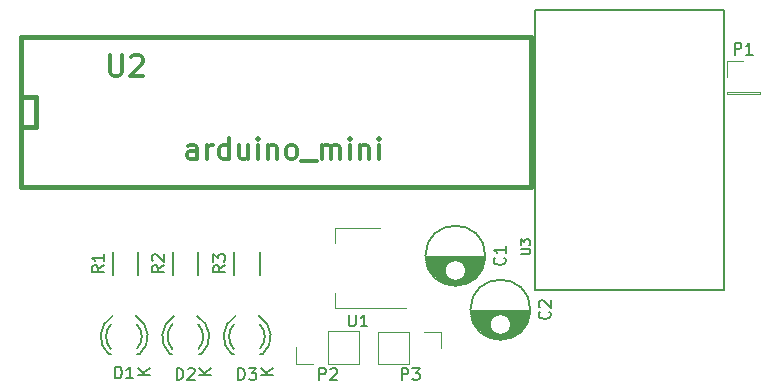
<source format=gto>
G04 #@! TF.FileFunction,Legend,Top*
%FSLAX46Y46*%
G04 Gerber Fmt 4.6, Leading zero omitted, Abs format (unit mm)*
G04 Created by KiCad (PCBNEW 4.0.5-e0-6337~49~ubuntu16.04.1) date Wed Jan 18 11:42:35 2017*
%MOMM*%
%LPD*%
G01*
G04 APERTURE LIST*
%ADD10C,0.100000*%
%ADD11C,0.150000*%
%ADD12C,0.120000*%
%ADD13C,0.381000*%
%ADD14C,0.160000*%
%ADD15C,0.304800*%
G04 APERTURE END LIST*
D10*
D11*
X185180000Y-120113000D02*
X169180000Y-120113000D01*
X185180000Y-96413000D02*
X185180000Y-120113000D01*
X169180000Y-96413000D02*
X185180000Y-96413000D01*
X169180000Y-120113000D02*
X169180000Y-96413000D01*
X164932000Y-117276000D02*
X159934000Y-117276000D01*
X164924000Y-117416000D02*
X159942000Y-117416000D01*
X164908000Y-117556000D02*
X162528000Y-117556000D01*
X162338000Y-117556000D02*
X159958000Y-117556000D01*
X164884000Y-117696000D02*
X162923000Y-117696000D01*
X161943000Y-117696000D02*
X159982000Y-117696000D01*
X164851000Y-117836000D02*
X163090000Y-117836000D01*
X161776000Y-117836000D02*
X160015000Y-117836000D01*
X164810000Y-117976000D02*
X163197000Y-117976000D01*
X161669000Y-117976000D02*
X160056000Y-117976000D01*
X164760000Y-118116000D02*
X163268000Y-118116000D01*
X161598000Y-118116000D02*
X160106000Y-118116000D01*
X164699000Y-118256000D02*
X163312000Y-118256000D01*
X161554000Y-118256000D02*
X160167000Y-118256000D01*
X164629000Y-118396000D02*
X163331000Y-118396000D01*
X161535000Y-118396000D02*
X160237000Y-118396000D01*
X164547000Y-118536000D02*
X163329000Y-118536000D01*
X161537000Y-118536000D02*
X160319000Y-118536000D01*
X164452000Y-118676000D02*
X163304000Y-118676000D01*
X161562000Y-118676000D02*
X160414000Y-118676000D01*
X164341000Y-118816000D02*
X163256000Y-118816000D01*
X161610000Y-118816000D02*
X160525000Y-118816000D01*
X164213000Y-118956000D02*
X163178000Y-118956000D01*
X161688000Y-118956000D02*
X160653000Y-118956000D01*
X164064000Y-119096000D02*
X163061000Y-119096000D01*
X161805000Y-119096000D02*
X160802000Y-119096000D01*
X163885000Y-119236000D02*
X162873000Y-119236000D01*
X161993000Y-119236000D02*
X160981000Y-119236000D01*
X163666000Y-119376000D02*
X161200000Y-119376000D01*
X163377000Y-119516000D02*
X161489000Y-119516000D01*
X162905000Y-119656000D02*
X161961000Y-119656000D01*
X163333000Y-118451000D02*
G75*
G03X163333000Y-118451000I-900000J0D01*
G01*
X164970500Y-117201000D02*
G75*
G03X164970500Y-117201000I-2537500J0D01*
G01*
X168742000Y-121848000D02*
X163744000Y-121848000D01*
X168734000Y-121988000D02*
X163752000Y-121988000D01*
X168718000Y-122128000D02*
X166338000Y-122128000D01*
X166148000Y-122128000D02*
X163768000Y-122128000D01*
X168694000Y-122268000D02*
X166733000Y-122268000D01*
X165753000Y-122268000D02*
X163792000Y-122268000D01*
X168661000Y-122408000D02*
X166900000Y-122408000D01*
X165586000Y-122408000D02*
X163825000Y-122408000D01*
X168620000Y-122548000D02*
X167007000Y-122548000D01*
X165479000Y-122548000D02*
X163866000Y-122548000D01*
X168570000Y-122688000D02*
X167078000Y-122688000D01*
X165408000Y-122688000D02*
X163916000Y-122688000D01*
X168509000Y-122828000D02*
X167122000Y-122828000D01*
X165364000Y-122828000D02*
X163977000Y-122828000D01*
X168439000Y-122968000D02*
X167141000Y-122968000D01*
X165345000Y-122968000D02*
X164047000Y-122968000D01*
X168357000Y-123108000D02*
X167139000Y-123108000D01*
X165347000Y-123108000D02*
X164129000Y-123108000D01*
X168262000Y-123248000D02*
X167114000Y-123248000D01*
X165372000Y-123248000D02*
X164224000Y-123248000D01*
X168151000Y-123388000D02*
X167066000Y-123388000D01*
X165420000Y-123388000D02*
X164335000Y-123388000D01*
X168023000Y-123528000D02*
X166988000Y-123528000D01*
X165498000Y-123528000D02*
X164463000Y-123528000D01*
X167874000Y-123668000D02*
X166871000Y-123668000D01*
X165615000Y-123668000D02*
X164612000Y-123668000D01*
X167695000Y-123808000D02*
X166683000Y-123808000D01*
X165803000Y-123808000D02*
X164791000Y-123808000D01*
X167476000Y-123948000D02*
X165010000Y-123948000D01*
X167187000Y-124088000D02*
X165299000Y-124088000D01*
X166715000Y-124228000D02*
X165771000Y-124228000D01*
X167143000Y-123023000D02*
G75*
G03X167143000Y-123023000I-900000J0D01*
G01*
X168780500Y-121773000D02*
G75*
G03X168780500Y-121773000I-2537500J0D01*
G01*
X135680000Y-125548000D02*
X135480000Y-125548000D01*
X133086000Y-125548000D02*
X133266000Y-125548000D01*
X133396357Y-122320256D02*
G75*
G03X133080000Y-125548000I1003643J-1727744D01*
G01*
X133266932Y-122995994D02*
G75*
G03X133266000Y-125099000I1133068J-1052006D01*
G01*
X135706726Y-125535220D02*
G75*
G03X135360000Y-122298000I-1306726J1497220D01*
G01*
X135479253Y-125061889D02*
G75*
G03X135460000Y-123014000I-1079253J1013889D01*
G01*
X140887000Y-125548000D02*
X140687000Y-125548000D01*
X138293000Y-125548000D02*
X138473000Y-125548000D01*
X138603357Y-122320256D02*
G75*
G03X138287000Y-125548000I1003643J-1727744D01*
G01*
X138473932Y-122995994D02*
G75*
G03X138473000Y-125099000I1133068J-1052006D01*
G01*
X140913726Y-125535220D02*
G75*
G03X140567000Y-122298000I-1306726J1497220D01*
G01*
X140686253Y-125061889D02*
G75*
G03X140667000Y-123014000I-1079253J1013889D01*
G01*
X146094000Y-125548000D02*
X145894000Y-125548000D01*
X143500000Y-125548000D02*
X143680000Y-125548000D01*
X143810357Y-122320256D02*
G75*
G03X143494000Y-125548000I1003643J-1727744D01*
G01*
X143680932Y-122995994D02*
G75*
G03X143680000Y-125099000I1133068J-1052006D01*
G01*
X146120726Y-125535220D02*
G75*
G03X145774000Y-122298000I-1306726J1497220D01*
G01*
X145893253Y-125061889D02*
G75*
G03X145874000Y-123014000I-1079253J1013889D01*
G01*
D12*
X185427000Y-103378000D02*
X185427000Y-103498000D01*
X185427000Y-103498000D02*
X188207000Y-103498000D01*
X188207000Y-103498000D02*
X188207000Y-103378000D01*
X188207000Y-103378000D02*
X185427000Y-103378000D01*
X185427000Y-102108000D02*
X185427000Y-100718000D01*
X185427000Y-100718000D02*
X186817000Y-100718000D01*
D11*
X135568000Y-116856000D02*
X135568000Y-118856000D01*
X133418000Y-118856000D02*
X133418000Y-116856000D01*
X140648000Y-116856000D02*
X140648000Y-118856000D01*
X138498000Y-118856000D02*
X138498000Y-116856000D01*
X145855000Y-116856000D02*
X145855000Y-118856000D01*
X143705000Y-118856000D02*
X143705000Y-116856000D01*
D12*
X152268000Y-114827000D02*
X152268000Y-116087000D01*
X152268000Y-121647000D02*
X152268000Y-120387000D01*
X156028000Y-114827000D02*
X152268000Y-114827000D01*
X158278000Y-121647000D02*
X152268000Y-121647000D01*
D13*
X125641100Y-98653600D02*
X168821100Y-98653600D01*
X168821100Y-98653600D02*
X168821100Y-111353600D01*
X168821100Y-111353600D02*
X125641100Y-111353600D01*
X125641100Y-111353600D02*
X125641100Y-98653600D01*
X125641100Y-106273600D02*
X126911100Y-106273600D01*
X126911100Y-106273600D02*
X126911100Y-103733600D01*
X126911100Y-103733600D02*
X125641100Y-103733600D01*
D12*
X151638000Y-126358000D02*
X154298000Y-126358000D01*
X154298000Y-126358000D02*
X154298000Y-123578000D01*
X154298000Y-123578000D02*
X151638000Y-123578000D01*
X151638000Y-123578000D02*
X151638000Y-126358000D01*
X150368000Y-126358000D02*
X148978000Y-126358000D01*
X148978000Y-126358000D02*
X148978000Y-124968000D01*
X158546800Y-123628800D02*
X155886800Y-123628800D01*
X155886800Y-123628800D02*
X155886800Y-126408800D01*
X155886800Y-126408800D02*
X158546800Y-126408800D01*
X158546800Y-126408800D02*
X158546800Y-123628800D01*
X159816800Y-123628800D02*
X161206800Y-123628800D01*
X161206800Y-123628800D02*
X161206800Y-125018800D01*
D14*
X167963905Y-117068524D02*
X168611524Y-117068524D01*
X168687714Y-117030429D01*
X168725810Y-116992333D01*
X168763905Y-116916143D01*
X168763905Y-116763762D01*
X168725810Y-116687571D01*
X168687714Y-116649476D01*
X168611524Y-116611381D01*
X167963905Y-116611381D01*
X167963905Y-116306619D02*
X167963905Y-115811381D01*
X168268667Y-116078048D01*
X168268667Y-115963762D01*
X168306762Y-115887572D01*
X168344857Y-115849476D01*
X168421048Y-115811381D01*
X168611524Y-115811381D01*
X168687714Y-115849476D01*
X168725810Y-115887572D01*
X168763905Y-115963762D01*
X168763905Y-116192334D01*
X168725810Y-116268524D01*
X168687714Y-116306619D01*
D11*
X166590143Y-117367666D02*
X166637762Y-117415285D01*
X166685381Y-117558142D01*
X166685381Y-117653380D01*
X166637762Y-117796238D01*
X166542524Y-117891476D01*
X166447286Y-117939095D01*
X166256810Y-117986714D01*
X166113952Y-117986714D01*
X165923476Y-117939095D01*
X165828238Y-117891476D01*
X165733000Y-117796238D01*
X165685381Y-117653380D01*
X165685381Y-117558142D01*
X165733000Y-117415285D01*
X165780619Y-117367666D01*
X166685381Y-116415285D02*
X166685381Y-116986714D01*
X166685381Y-116701000D02*
X165685381Y-116701000D01*
X165828238Y-116796238D01*
X165923476Y-116891476D01*
X165971095Y-116986714D01*
X170400143Y-121939666D02*
X170447762Y-121987285D01*
X170495381Y-122130142D01*
X170495381Y-122225380D01*
X170447762Y-122368238D01*
X170352524Y-122463476D01*
X170257286Y-122511095D01*
X170066810Y-122558714D01*
X169923952Y-122558714D01*
X169733476Y-122511095D01*
X169638238Y-122463476D01*
X169543000Y-122368238D01*
X169495381Y-122225380D01*
X169495381Y-122130142D01*
X169543000Y-121987285D01*
X169590619Y-121939666D01*
X169590619Y-121558714D02*
X169543000Y-121511095D01*
X169495381Y-121415857D01*
X169495381Y-121177761D01*
X169543000Y-121082523D01*
X169590619Y-121034904D01*
X169685857Y-120987285D01*
X169781095Y-120987285D01*
X169923952Y-121034904D01*
X170495381Y-121606333D01*
X170495381Y-120987285D01*
X133627905Y-127579381D02*
X133627905Y-126579381D01*
X133866000Y-126579381D01*
X134008858Y-126627000D01*
X134104096Y-126722238D01*
X134151715Y-126817476D01*
X134199334Y-127007952D01*
X134199334Y-127150810D01*
X134151715Y-127341286D01*
X134104096Y-127436524D01*
X134008858Y-127531762D01*
X133866000Y-127579381D01*
X133627905Y-127579381D01*
X135151715Y-127579381D02*
X134580286Y-127579381D01*
X134866000Y-127579381D02*
X134866000Y-126579381D01*
X134770762Y-126722238D01*
X134675524Y-126817476D01*
X134580286Y-126865095D01*
X136558381Y-127300905D02*
X135558381Y-127300905D01*
X136558381Y-126729476D02*
X135986952Y-127158048D01*
X135558381Y-126729476D02*
X136129810Y-127300905D01*
X138834905Y-127706381D02*
X138834905Y-126706381D01*
X139073000Y-126706381D01*
X139215858Y-126754000D01*
X139311096Y-126849238D01*
X139358715Y-126944476D01*
X139406334Y-127134952D01*
X139406334Y-127277810D01*
X139358715Y-127468286D01*
X139311096Y-127563524D01*
X139215858Y-127658762D01*
X139073000Y-127706381D01*
X138834905Y-127706381D01*
X139787286Y-126801619D02*
X139834905Y-126754000D01*
X139930143Y-126706381D01*
X140168239Y-126706381D01*
X140263477Y-126754000D01*
X140311096Y-126801619D01*
X140358715Y-126896857D01*
X140358715Y-126992095D01*
X140311096Y-127134952D01*
X139739667Y-127706381D01*
X140358715Y-127706381D01*
X141765381Y-127300905D02*
X140765381Y-127300905D01*
X141765381Y-126729476D02*
X141193952Y-127158048D01*
X140765381Y-126729476D02*
X141336810Y-127300905D01*
X144041905Y-127706381D02*
X144041905Y-126706381D01*
X144280000Y-126706381D01*
X144422858Y-126754000D01*
X144518096Y-126849238D01*
X144565715Y-126944476D01*
X144613334Y-127134952D01*
X144613334Y-127277810D01*
X144565715Y-127468286D01*
X144518096Y-127563524D01*
X144422858Y-127658762D01*
X144280000Y-127706381D01*
X144041905Y-127706381D01*
X144946667Y-126706381D02*
X145565715Y-126706381D01*
X145232381Y-127087333D01*
X145375239Y-127087333D01*
X145470477Y-127134952D01*
X145518096Y-127182571D01*
X145565715Y-127277810D01*
X145565715Y-127515905D01*
X145518096Y-127611143D01*
X145470477Y-127658762D01*
X145375239Y-127706381D01*
X145089524Y-127706381D01*
X144994286Y-127658762D01*
X144946667Y-127611143D01*
X146972381Y-127300905D02*
X145972381Y-127300905D01*
X146972381Y-126729476D02*
X146400952Y-127158048D01*
X145972381Y-126729476D02*
X146543810Y-127300905D01*
X186078905Y-100170381D02*
X186078905Y-99170381D01*
X186459858Y-99170381D01*
X186555096Y-99218000D01*
X186602715Y-99265619D01*
X186650334Y-99360857D01*
X186650334Y-99503714D01*
X186602715Y-99598952D01*
X186555096Y-99646571D01*
X186459858Y-99694190D01*
X186078905Y-99694190D01*
X187602715Y-100170381D02*
X187031286Y-100170381D01*
X187317000Y-100170381D02*
X187317000Y-99170381D01*
X187221762Y-99313238D01*
X187126524Y-99408476D01*
X187031286Y-99456095D01*
X132645381Y-118022666D02*
X132169190Y-118356000D01*
X132645381Y-118594095D02*
X131645381Y-118594095D01*
X131645381Y-118213142D01*
X131693000Y-118117904D01*
X131740619Y-118070285D01*
X131835857Y-118022666D01*
X131978714Y-118022666D01*
X132073952Y-118070285D01*
X132121571Y-118117904D01*
X132169190Y-118213142D01*
X132169190Y-118594095D01*
X132645381Y-117070285D02*
X132645381Y-117641714D01*
X132645381Y-117356000D02*
X131645381Y-117356000D01*
X131788238Y-117451238D01*
X131883476Y-117546476D01*
X131931095Y-117641714D01*
X137725381Y-118022666D02*
X137249190Y-118356000D01*
X137725381Y-118594095D02*
X136725381Y-118594095D01*
X136725381Y-118213142D01*
X136773000Y-118117904D01*
X136820619Y-118070285D01*
X136915857Y-118022666D01*
X137058714Y-118022666D01*
X137153952Y-118070285D01*
X137201571Y-118117904D01*
X137249190Y-118213142D01*
X137249190Y-118594095D01*
X136820619Y-117641714D02*
X136773000Y-117594095D01*
X136725381Y-117498857D01*
X136725381Y-117260761D01*
X136773000Y-117165523D01*
X136820619Y-117117904D01*
X136915857Y-117070285D01*
X137011095Y-117070285D01*
X137153952Y-117117904D01*
X137725381Y-117689333D01*
X137725381Y-117070285D01*
X142932381Y-118022666D02*
X142456190Y-118356000D01*
X142932381Y-118594095D02*
X141932381Y-118594095D01*
X141932381Y-118213142D01*
X141980000Y-118117904D01*
X142027619Y-118070285D01*
X142122857Y-118022666D01*
X142265714Y-118022666D01*
X142360952Y-118070285D01*
X142408571Y-118117904D01*
X142456190Y-118213142D01*
X142456190Y-118594095D01*
X141932381Y-117689333D02*
X141932381Y-117070285D01*
X142313333Y-117403619D01*
X142313333Y-117260761D01*
X142360952Y-117165523D01*
X142408571Y-117117904D01*
X142503810Y-117070285D01*
X142741905Y-117070285D01*
X142837143Y-117117904D01*
X142884762Y-117165523D01*
X142932381Y-117260761D01*
X142932381Y-117546476D01*
X142884762Y-117641714D01*
X142837143Y-117689333D01*
X153416095Y-122189381D02*
X153416095Y-122998905D01*
X153463714Y-123094143D01*
X153511333Y-123141762D01*
X153606571Y-123189381D01*
X153797048Y-123189381D01*
X153892286Y-123141762D01*
X153939905Y-123094143D01*
X153987524Y-122998905D01*
X153987524Y-122189381D01*
X154987524Y-123189381D02*
X154416095Y-123189381D01*
X154701809Y-123189381D02*
X154701809Y-122189381D01*
X154606571Y-122332238D01*
X154511333Y-122427476D01*
X154416095Y-122475095D01*
D15*
X133176433Y-100219933D02*
X133176433Y-101659267D01*
X133261100Y-101828600D01*
X133345767Y-101913267D01*
X133515100Y-101997933D01*
X133853767Y-101997933D01*
X134023100Y-101913267D01*
X134107767Y-101828600D01*
X134192433Y-101659267D01*
X134192433Y-100219933D01*
X134954434Y-100389267D02*
X135039100Y-100304600D01*
X135208434Y-100219933D01*
X135631767Y-100219933D01*
X135801100Y-100304600D01*
X135885767Y-100389267D01*
X135970434Y-100558600D01*
X135970434Y-100727933D01*
X135885767Y-100981933D01*
X134869767Y-101997933D01*
X135970434Y-101997933D01*
X140542431Y-108982933D02*
X140542431Y-108051600D01*
X140457765Y-107882267D01*
X140288431Y-107797600D01*
X139949765Y-107797600D01*
X139780431Y-107882267D01*
X140542431Y-108898267D02*
X140373098Y-108982933D01*
X139949765Y-108982933D01*
X139780431Y-108898267D01*
X139695765Y-108728933D01*
X139695765Y-108559600D01*
X139780431Y-108390267D01*
X139949765Y-108305600D01*
X140373098Y-108305600D01*
X140542431Y-108220933D01*
X141389098Y-108982933D02*
X141389098Y-107797600D01*
X141389098Y-108136267D02*
X141473765Y-107966933D01*
X141558432Y-107882267D01*
X141727765Y-107797600D01*
X141897098Y-107797600D01*
X143251765Y-108982933D02*
X143251765Y-107204933D01*
X143251765Y-108898267D02*
X143082432Y-108982933D01*
X142743765Y-108982933D01*
X142574432Y-108898267D01*
X142489765Y-108813600D01*
X142405099Y-108644267D01*
X142405099Y-108136267D01*
X142489765Y-107966933D01*
X142574432Y-107882267D01*
X142743765Y-107797600D01*
X143082432Y-107797600D01*
X143251765Y-107882267D01*
X144860432Y-107797600D02*
X144860432Y-108982933D01*
X144098432Y-107797600D02*
X144098432Y-108728933D01*
X144183099Y-108898267D01*
X144352432Y-108982933D01*
X144606432Y-108982933D01*
X144775766Y-108898267D01*
X144860432Y-108813600D01*
X145707099Y-108982933D02*
X145707099Y-107797600D01*
X145707099Y-107204933D02*
X145622433Y-107289600D01*
X145707099Y-107374267D01*
X145791766Y-107289600D01*
X145707099Y-107204933D01*
X145707099Y-107374267D01*
X146553766Y-107797600D02*
X146553766Y-108982933D01*
X146553766Y-107966933D02*
X146638433Y-107882267D01*
X146807766Y-107797600D01*
X147061766Y-107797600D01*
X147231100Y-107882267D01*
X147315766Y-108051600D01*
X147315766Y-108982933D01*
X148416433Y-108982933D02*
X148247100Y-108898267D01*
X148162433Y-108813600D01*
X148077767Y-108644267D01*
X148077767Y-108136267D01*
X148162433Y-107966933D01*
X148247100Y-107882267D01*
X148416433Y-107797600D01*
X148670433Y-107797600D01*
X148839767Y-107882267D01*
X148924433Y-107966933D01*
X149009100Y-108136267D01*
X149009100Y-108644267D01*
X148924433Y-108813600D01*
X148839767Y-108898267D01*
X148670433Y-108982933D01*
X148416433Y-108982933D01*
X149347767Y-109152267D02*
X150702434Y-109152267D01*
X151125767Y-108982933D02*
X151125767Y-107797600D01*
X151125767Y-107966933D02*
X151210434Y-107882267D01*
X151379767Y-107797600D01*
X151633767Y-107797600D01*
X151803101Y-107882267D01*
X151887767Y-108051600D01*
X151887767Y-108982933D01*
X151887767Y-108051600D02*
X151972434Y-107882267D01*
X152141767Y-107797600D01*
X152395767Y-107797600D01*
X152565101Y-107882267D01*
X152649767Y-108051600D01*
X152649767Y-108982933D01*
X153496434Y-108982933D02*
X153496434Y-107797600D01*
X153496434Y-107204933D02*
X153411768Y-107289600D01*
X153496434Y-107374267D01*
X153581101Y-107289600D01*
X153496434Y-107204933D01*
X153496434Y-107374267D01*
X154343101Y-107797600D02*
X154343101Y-108982933D01*
X154343101Y-107966933D02*
X154427768Y-107882267D01*
X154597101Y-107797600D01*
X154851101Y-107797600D01*
X155020435Y-107882267D01*
X155105101Y-108051600D01*
X155105101Y-108982933D01*
X155951768Y-108982933D02*
X155951768Y-107797600D01*
X155951768Y-107204933D02*
X155867102Y-107289600D01*
X155951768Y-107374267D01*
X156036435Y-107289600D01*
X155951768Y-107204933D01*
X155951768Y-107374267D01*
D11*
X150899905Y-127706381D02*
X150899905Y-126706381D01*
X151280858Y-126706381D01*
X151376096Y-126754000D01*
X151423715Y-126801619D01*
X151471334Y-126896857D01*
X151471334Y-127039714D01*
X151423715Y-127134952D01*
X151376096Y-127182571D01*
X151280858Y-127230190D01*
X150899905Y-127230190D01*
X151852286Y-126801619D02*
X151899905Y-126754000D01*
X151995143Y-126706381D01*
X152233239Y-126706381D01*
X152328477Y-126754000D01*
X152376096Y-126801619D01*
X152423715Y-126896857D01*
X152423715Y-126992095D01*
X152376096Y-127134952D01*
X151804667Y-127706381D01*
X152423715Y-127706381D01*
X157884905Y-127706381D02*
X157884905Y-126706381D01*
X158265858Y-126706381D01*
X158361096Y-126754000D01*
X158408715Y-126801619D01*
X158456334Y-126896857D01*
X158456334Y-127039714D01*
X158408715Y-127134952D01*
X158361096Y-127182571D01*
X158265858Y-127230190D01*
X157884905Y-127230190D01*
X158789667Y-126706381D02*
X159408715Y-126706381D01*
X159075381Y-127087333D01*
X159218239Y-127087333D01*
X159313477Y-127134952D01*
X159361096Y-127182571D01*
X159408715Y-127277810D01*
X159408715Y-127515905D01*
X159361096Y-127611143D01*
X159313477Y-127658762D01*
X159218239Y-127706381D01*
X158932524Y-127706381D01*
X158837286Y-127658762D01*
X158789667Y-127611143D01*
M02*

</source>
